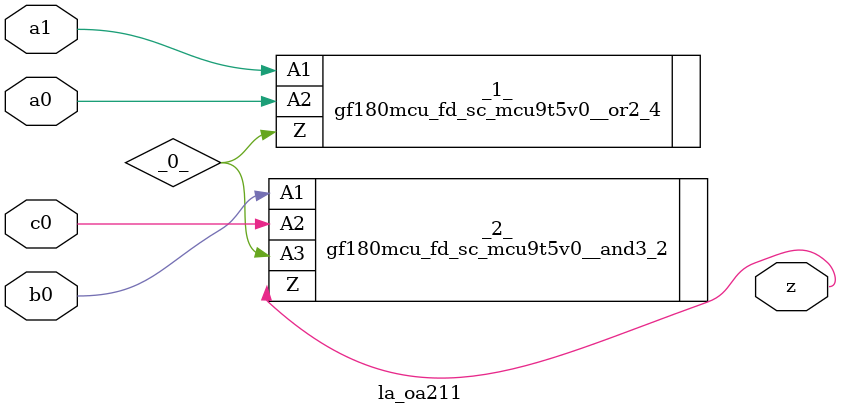
<source format=v>

/* Generated by Yosys 0.37 (git sha1 a5c7f69ed, clang 14.0.0-1ubuntu1.1 -fPIC -Os) */

module la_oa211(a0, a1, b0, c0, z);
  wire _0_;
  input a0;
  wire a0;
  input a1;
  wire a1;
  input b0;
  wire b0;
  input c0;
  wire c0;
  output z;
  wire z;
  gf180mcu_fd_sc_mcu9t5v0__or2_4 _1_ (
    .A1(a1),
    .A2(a0),
    .Z(_0_)
  );
  gf180mcu_fd_sc_mcu9t5v0__and3_2 _2_ (
    .A1(b0),
    .A2(c0),
    .A3(_0_),
    .Z(z)
  );
endmodule

</source>
